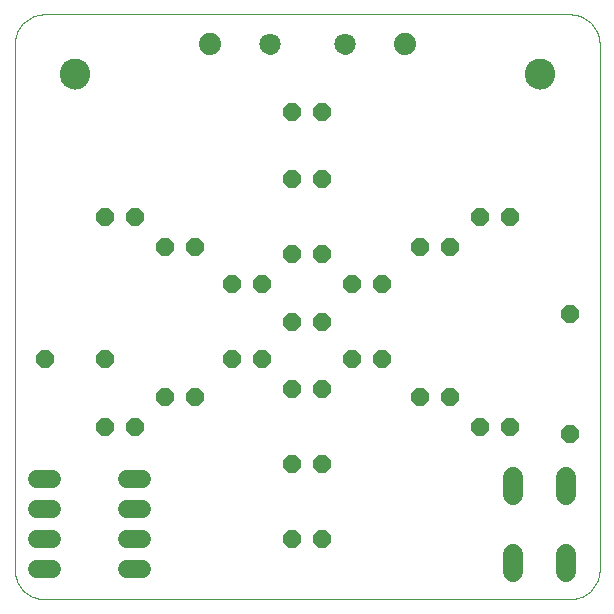
<source format=gbs>
G75*
G70*
%OFA0B0*%
%FSLAX24Y24*%
%IPPOS*%
%LPD*%
%AMOC8*
5,1,8,0,0,1.08239X$1,22.5*
%
%ADD10C,0.0000*%
%ADD11C,0.1025*%
%ADD12C,0.0710*%
%ADD13OC8,0.0600*%
%ADD14C,0.0600*%
%ADD15C,0.0680*%
%ADD16C,0.0740*%
D10*
X000655Y001655D02*
X000655Y019155D01*
X000657Y019215D01*
X000662Y019276D01*
X000671Y019335D01*
X000684Y019394D01*
X000700Y019453D01*
X000720Y019510D01*
X000743Y019565D01*
X000770Y019620D01*
X000799Y019672D01*
X000832Y019723D01*
X000868Y019772D01*
X000906Y019818D01*
X000948Y019862D01*
X000992Y019904D01*
X001038Y019942D01*
X001087Y019978D01*
X001138Y020011D01*
X001190Y020040D01*
X001245Y020067D01*
X001300Y020090D01*
X001357Y020110D01*
X001416Y020126D01*
X001475Y020139D01*
X001534Y020148D01*
X001595Y020153D01*
X001655Y020155D01*
X019155Y020155D01*
X019215Y020153D01*
X019276Y020148D01*
X019335Y020139D01*
X019394Y020126D01*
X019453Y020110D01*
X019510Y020090D01*
X019565Y020067D01*
X019620Y020040D01*
X019672Y020011D01*
X019723Y019978D01*
X019772Y019942D01*
X019818Y019904D01*
X019862Y019862D01*
X019904Y019818D01*
X019942Y019772D01*
X019978Y019723D01*
X020011Y019672D01*
X020040Y019620D01*
X020067Y019565D01*
X020090Y019510D01*
X020110Y019453D01*
X020126Y019394D01*
X020139Y019335D01*
X020148Y019276D01*
X020153Y019215D01*
X020155Y019155D01*
X020155Y001655D01*
X020153Y001595D01*
X020148Y001534D01*
X020139Y001475D01*
X020126Y001416D01*
X020110Y001357D01*
X020090Y001300D01*
X020067Y001245D01*
X020040Y001190D01*
X020011Y001138D01*
X019978Y001087D01*
X019942Y001038D01*
X019904Y000992D01*
X019862Y000948D01*
X019818Y000906D01*
X019772Y000868D01*
X019723Y000832D01*
X019672Y000799D01*
X019620Y000770D01*
X019565Y000743D01*
X019510Y000720D01*
X019453Y000700D01*
X019394Y000684D01*
X019335Y000671D01*
X019276Y000662D01*
X019215Y000657D01*
X019155Y000655D01*
X001655Y000655D01*
X001595Y000657D01*
X001534Y000662D01*
X001475Y000671D01*
X001416Y000684D01*
X001357Y000700D01*
X001300Y000720D01*
X001245Y000743D01*
X001190Y000770D01*
X001138Y000799D01*
X001087Y000832D01*
X001038Y000868D01*
X000992Y000906D01*
X000948Y000948D01*
X000906Y000992D01*
X000868Y001038D01*
X000832Y001087D01*
X000799Y001138D01*
X000770Y001190D01*
X000743Y001245D01*
X000720Y001300D01*
X000700Y001357D01*
X000684Y001416D01*
X000671Y001475D01*
X000662Y001534D01*
X000657Y001595D01*
X000655Y001655D01*
X002183Y018155D02*
X002185Y018198D01*
X002191Y018240D01*
X002201Y018282D01*
X002214Y018323D01*
X002231Y018363D01*
X002252Y018400D01*
X002276Y018436D01*
X002303Y018469D01*
X002333Y018500D01*
X002366Y018528D01*
X002401Y018553D01*
X002438Y018574D01*
X002477Y018592D01*
X002517Y018606D01*
X002559Y018617D01*
X002601Y018624D01*
X002644Y018627D01*
X002687Y018626D01*
X002730Y018621D01*
X002772Y018612D01*
X002813Y018600D01*
X002853Y018584D01*
X002891Y018564D01*
X002927Y018541D01*
X002961Y018514D01*
X002993Y018485D01*
X003021Y018453D01*
X003047Y018418D01*
X003069Y018382D01*
X003088Y018343D01*
X003103Y018303D01*
X003115Y018262D01*
X003123Y018219D01*
X003127Y018176D01*
X003127Y018134D01*
X003123Y018091D01*
X003115Y018048D01*
X003103Y018007D01*
X003088Y017967D01*
X003069Y017928D01*
X003047Y017892D01*
X003021Y017857D01*
X002993Y017825D01*
X002961Y017796D01*
X002927Y017769D01*
X002891Y017746D01*
X002853Y017726D01*
X002813Y017710D01*
X002772Y017698D01*
X002730Y017689D01*
X002687Y017684D01*
X002644Y017683D01*
X002601Y017686D01*
X002559Y017693D01*
X002517Y017704D01*
X002477Y017718D01*
X002438Y017736D01*
X002401Y017757D01*
X002366Y017782D01*
X002333Y017810D01*
X002303Y017841D01*
X002276Y017874D01*
X002252Y017910D01*
X002231Y017947D01*
X002214Y017987D01*
X002201Y018028D01*
X002191Y018070D01*
X002185Y018112D01*
X002183Y018155D01*
X008840Y019155D02*
X008842Y019190D01*
X008848Y019225D01*
X008858Y019259D01*
X008871Y019292D01*
X008888Y019323D01*
X008909Y019351D01*
X008932Y019378D01*
X008959Y019401D01*
X008987Y019422D01*
X009018Y019439D01*
X009051Y019452D01*
X009085Y019462D01*
X009120Y019468D01*
X009155Y019470D01*
X009190Y019468D01*
X009225Y019462D01*
X009259Y019452D01*
X009292Y019439D01*
X009323Y019422D01*
X009351Y019401D01*
X009378Y019378D01*
X009401Y019351D01*
X009422Y019323D01*
X009439Y019292D01*
X009452Y019259D01*
X009462Y019225D01*
X009468Y019190D01*
X009470Y019155D01*
X009468Y019120D01*
X009462Y019085D01*
X009452Y019051D01*
X009439Y019018D01*
X009422Y018987D01*
X009401Y018959D01*
X009378Y018932D01*
X009351Y018909D01*
X009323Y018888D01*
X009292Y018871D01*
X009259Y018858D01*
X009225Y018848D01*
X009190Y018842D01*
X009155Y018840D01*
X009120Y018842D01*
X009085Y018848D01*
X009051Y018858D01*
X009018Y018871D01*
X008987Y018888D01*
X008959Y018909D01*
X008932Y018932D01*
X008909Y018959D01*
X008888Y018987D01*
X008871Y019018D01*
X008858Y019051D01*
X008848Y019085D01*
X008842Y019120D01*
X008840Y019155D01*
X011340Y019155D02*
X011342Y019190D01*
X011348Y019225D01*
X011358Y019259D01*
X011371Y019292D01*
X011388Y019323D01*
X011409Y019351D01*
X011432Y019378D01*
X011459Y019401D01*
X011487Y019422D01*
X011518Y019439D01*
X011551Y019452D01*
X011585Y019462D01*
X011620Y019468D01*
X011655Y019470D01*
X011690Y019468D01*
X011725Y019462D01*
X011759Y019452D01*
X011792Y019439D01*
X011823Y019422D01*
X011851Y019401D01*
X011878Y019378D01*
X011901Y019351D01*
X011922Y019323D01*
X011939Y019292D01*
X011952Y019259D01*
X011962Y019225D01*
X011968Y019190D01*
X011970Y019155D01*
X011968Y019120D01*
X011962Y019085D01*
X011952Y019051D01*
X011939Y019018D01*
X011922Y018987D01*
X011901Y018959D01*
X011878Y018932D01*
X011851Y018909D01*
X011823Y018888D01*
X011792Y018871D01*
X011759Y018858D01*
X011725Y018848D01*
X011690Y018842D01*
X011655Y018840D01*
X011620Y018842D01*
X011585Y018848D01*
X011551Y018858D01*
X011518Y018871D01*
X011487Y018888D01*
X011459Y018909D01*
X011432Y018932D01*
X011409Y018959D01*
X011388Y018987D01*
X011371Y019018D01*
X011358Y019051D01*
X011348Y019085D01*
X011342Y019120D01*
X011340Y019155D01*
X017683Y018155D02*
X017685Y018198D01*
X017691Y018240D01*
X017701Y018282D01*
X017714Y018323D01*
X017731Y018363D01*
X017752Y018400D01*
X017776Y018436D01*
X017803Y018469D01*
X017833Y018500D01*
X017866Y018528D01*
X017901Y018553D01*
X017938Y018574D01*
X017977Y018592D01*
X018017Y018606D01*
X018059Y018617D01*
X018101Y018624D01*
X018144Y018627D01*
X018187Y018626D01*
X018230Y018621D01*
X018272Y018612D01*
X018313Y018600D01*
X018353Y018584D01*
X018391Y018564D01*
X018427Y018541D01*
X018461Y018514D01*
X018493Y018485D01*
X018521Y018453D01*
X018547Y018418D01*
X018569Y018382D01*
X018588Y018343D01*
X018603Y018303D01*
X018615Y018262D01*
X018623Y018219D01*
X018627Y018176D01*
X018627Y018134D01*
X018623Y018091D01*
X018615Y018048D01*
X018603Y018007D01*
X018588Y017967D01*
X018569Y017928D01*
X018547Y017892D01*
X018521Y017857D01*
X018493Y017825D01*
X018461Y017796D01*
X018427Y017769D01*
X018391Y017746D01*
X018353Y017726D01*
X018313Y017710D01*
X018272Y017698D01*
X018230Y017689D01*
X018187Y017684D01*
X018144Y017683D01*
X018101Y017686D01*
X018059Y017693D01*
X018017Y017704D01*
X017977Y017718D01*
X017938Y017736D01*
X017901Y017757D01*
X017866Y017782D01*
X017833Y017810D01*
X017803Y017841D01*
X017776Y017874D01*
X017752Y017910D01*
X017731Y017947D01*
X017714Y017987D01*
X017701Y018028D01*
X017691Y018070D01*
X017685Y018112D01*
X017683Y018155D01*
D11*
X018155Y018155D03*
X002655Y018155D03*
D12*
X009155Y019155D03*
X011655Y019155D03*
D13*
X010905Y016905D03*
X009905Y016905D03*
X009905Y014655D03*
X010905Y014655D03*
X010905Y012155D03*
X009905Y012155D03*
X008905Y011155D03*
X007905Y011155D03*
X006655Y012405D03*
X005655Y012405D03*
X004655Y013405D03*
X003655Y013405D03*
X003655Y008655D03*
X001655Y008655D03*
X003655Y006405D03*
X004655Y006405D03*
X005655Y007405D03*
X006655Y007405D03*
X007905Y008655D03*
X008905Y008655D03*
X009905Y007655D03*
X010905Y007655D03*
X011905Y008655D03*
X012905Y008655D03*
X014155Y007405D03*
X015155Y007405D03*
X016155Y006405D03*
X017155Y006405D03*
X019155Y006155D03*
X019155Y010155D03*
X017155Y013405D03*
X016155Y013405D03*
X015155Y012405D03*
X014155Y012405D03*
X012905Y011155D03*
X011905Y011155D03*
X010905Y009905D03*
X009905Y009905D03*
X009905Y005155D03*
X010905Y005155D03*
X010905Y002655D03*
X009905Y002655D03*
D14*
X004915Y002655D02*
X004395Y002655D01*
X004395Y001655D02*
X004915Y001655D01*
X004915Y003655D02*
X004395Y003655D01*
X004395Y004655D02*
X004915Y004655D01*
X001915Y004655D02*
X001395Y004655D01*
X001395Y003655D02*
X001915Y003655D01*
X001915Y002655D02*
X001395Y002655D01*
X001395Y001655D02*
X001915Y001655D01*
D15*
X017265Y001575D02*
X017265Y002175D01*
X019045Y002175D02*
X019045Y001575D01*
X019045Y004135D02*
X019045Y004735D01*
X017265Y004735D02*
X017265Y004135D01*
D16*
X013655Y019155D03*
X007155Y019155D03*
M02*

</source>
